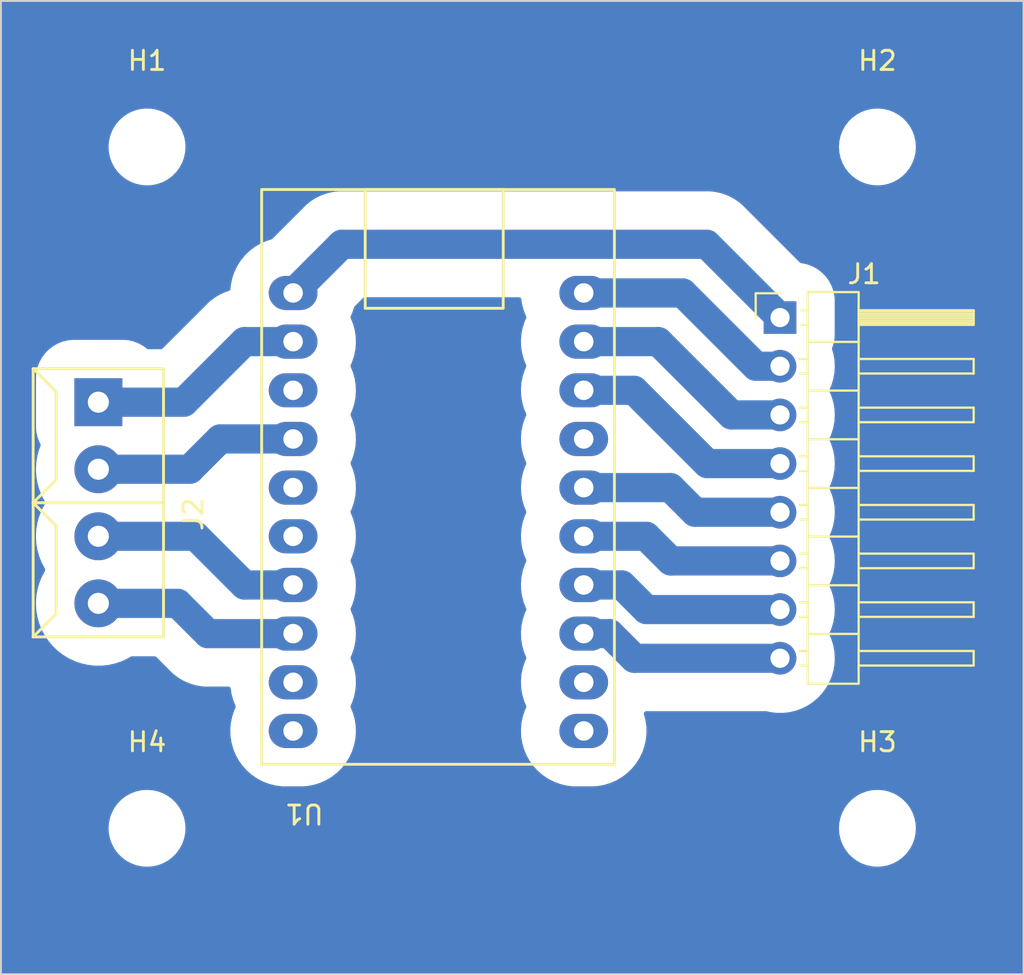
<source format=kicad_pcb>
(kicad_pcb (version 20221018) (generator pcbnew)
  (layers (0 "F.Cu" signal) (31 "B.Cu" signal) (34 "B.Paste" user) (35 "F.Paste" user) (36 "B.SilkS" user "B.Silkscreen") (37 "F.SilkS" user "F.Silkscreen") (38 "B.Mask" user) (39 "F.Mask" user) (44 "Edge.Cuts" user))
  (net 0 "")
  (net 1 "Net-(J1-Pin_1)")
  (net 2 "Net-(J1-Pin_2)")
  (net 3 "Net-(J1-Pin_3)")
  (net 4 "Net-(J1-Pin_4)")
  (net 5 "Net-(J1-Pin_5)")
  (net 6 "Net-(J1-Pin_6)")
  (net 7 "Net-(J1-Pin_7)")
  (net 8 "Net-(J1-Pin_8)")
  (net 9 "Net-(J2-Pin_1)")
  (net 10 "Net-(J2-Pin_2)")
  (net 11 "Net-(J2-Pin_3)")
  (net 12 "Net-(J2-Pin_4)")
  (footprint "ondrovo:STM8-MODULE" (layer "F.Cu") (at 65.96 65.98 180)
    (fp_text reference "U1" (at 14.58 -4.38 180 unlocked) (layer "F.SilkS"))
    (fp_text value "~")
    (fp_rect (start -1.6 -1.8) (end 16.8 28.2) (stroke (width 0.15)) (fill none) (layer "F.SilkS"))
    (fp_rect (start 4.2 28.2) (end 11.4 22) (stroke (width 0.15)) (fill none) (layer "F.SilkS"))
    (pad "1" thru_hole oval (at 0 22.8) (size 2.54 1.778) (drill 1.016) (layers "*.Cu" "*.Mask") (net 2 "Net-(J1-Pin_2)"))
    (pad "2" thru_hole oval (at 0 20.26) (size 2.54 1.778) (drill 1.016) (layers "*.Cu" "*.Mask") (net 3 "Net-(J1-Pin_3)"))
    (pad "3" thru_hole oval (at 0 17.72) (size 2.54 1.778) (drill 1.016) (layers "*.Cu" "*.Mask") (net 4 "Net-(J1-Pin_4)"))
    (pad "4" thru_hole oval (at 0 15.18) (size 2.54 1.778) (drill 1.016) (layers "*.Cu" "*.Mask"))
    (pad "5" thru_hole oval (at 0 12.64) (size 2.54 1.778) (drill 1.016) (layers "*.Cu" "*.Mask") (net 5 "Net-(J1-Pin_5)"))
    (pad "6" thru_hole oval (at 0 10.1) (size 2.54 1.778) (drill 1.016) (layers "*.Cu" "*.Mask") (net 6 "Net-(J1-Pin_6)"))
    (pad "7" thru_hole oval (at 0 7.56) (size 2.54 1.778) (drill 1.016) (layers "*.Cu" "*.Mask") (net 7 "Net-(J1-Pin_7)"))
    (pad "8" thru_hole oval (at 0 5.02) (size 2.54 1.778) (drill 1.016) (layers "*.Cu" "*.Mask") (net 8 "Net-(J1-Pin_8)"))
    (pad "9" thru_hole oval (at 0 2.48) (size 2.54 1.778) (drill 1.016) (layers "*.Cu" "*.Mask"))
    (pad "10" thru_hole oval (at 0 -0.06) (size 2.54 1.778) (drill 1.016) (layers "*.Cu" "*.Mask"))
    (pad "11" thru_hole oval (at 15.16 -0.06) (size 2.54 1.778) (drill 1.016) (layers "*.Cu" "*.Mask"))
    (pad "12" thru_hole oval (at 15.16 2.48) (size 2.54 1.778) (drill 1.016) (layers "*.Cu" "*.Mask"))
    (pad "13" thru_hole oval (at 15.16 5.02) (size 2.54 1.778) (drill 1.016) (layers "*.Cu" "*.Mask") (net 12 "Net-(J2-Pin_4)"))
    (pad "14" thru_hole oval (at 15.16 7.56) (size 2.54 1.778) (drill 1.016) (layers "*.Cu" "*.Mask") (net 11 "Net-(J2-Pin_3)"))
    (pad "15" thru_hole oval (at 15.16 10.1) (size 2.54 1.778) (drill 1.016) (layers "*.Cu" "*.Mask"))
    (pad "16" thru_hole oval (at 15.16 12.64) (size 2.54 1.778) (drill 1.016) (layers "*.Cu" "*.Mask"))
    (pad "17" thru_hole oval (at 15.16 15.18) (size 2.54 1.778) (drill 1.016) (layers "*.Cu" "*.Mask") (net 10 "Net-(J2-Pin_2)"))
    (pad "18" thru_hole oval (at 15.16 17.72) (size 2.54 1.778) (drill 1.016) (layers "*.Cu" "*.Mask"))
    (pad "19" thru_hole oval (at 15.16 20.26) (size 2.54 1.778) (drill 1.016) (layers "*.Cu" "*.Mask") (net 9 "Net-(J2-Pin_1)"))
    (pad "20" thru_hole oval (at 15.16 22.8) (size 2.54 1.778) (drill 1.016) (layers "*.Cu" "*.Mask") (net 1 "Net-(J1-Pin_1)"))
  )
  (footprint "Connector_PinHeader_2.54mm:PinHeader_1x08_P2.54mm_Horizontal" (layer "F.Cu") (at 76.2 44.465)
    (fp_text reference "J1" (at 4.385 -2.27) (layer "F.SilkS"))
    (fp_text value "Conn_01x08_Pin")
    (fp_line (start -1.27 -1.27) (end 0 -1.27) (stroke (width 0.12)) (layer "F.SilkS"))
    (fp_line (start -1.27 0) (end -1.27 -1.27) (stroke (width 0.12)) (layer "F.SilkS"))
    (fp_line (start 1.042929 2.16) (end 1.44 2.16) (stroke (width 0.12)) (layer "F.SilkS"))
    (fp_line (start 1.042929 2.92) (end 1.44 2.92) (stroke (width 0.12)) (layer "F.SilkS"))
    (fp_line (start 1.042929 4.7) (end 1.44 4.7) (stroke (width 0.12)) (layer "F.SilkS"))
    (fp_line (start 1.042929 5.46) (end 1.44 5.46) (stroke (width 0.12)) (layer "F.SilkS"))
    (fp_line (start 1.042929 7.24) (end 1.44 7.24) (stroke (width 0.12)) (layer "F.SilkS"))
    (fp_line (start 1.042929 8) (end 1.44 8) (stroke (width 0.12)) (layer "F.SilkS"))
    (fp_line (start 1.042929 9.78) (end 1.44 9.78) (stroke (width 0.12)) (layer "F.SilkS"))
    (fp_line (start 1.042929 10.54) (end 1.44 10.54) (stroke (width 0.12)) (layer "F.SilkS"))
    (fp_line (start 1.042929 12.32) (end 1.44 12.32) (stroke (width 0.12)) (layer "F.SilkS"))
    (fp_line (start 1.042929 13.08) (end 1.44 13.08) (stroke (width 0.12)) (layer "F.SilkS"))
    (fp_line (start 1.042929 14.86) (end 1.44 14.86) (stroke (width 0.12)) (layer "F.SilkS"))
    (fp_line (start 1.042929 15.62) (end 1.44 15.62) (stroke (width 0.12)) (layer "F.SilkS"))
    (fp_line (start 1.042929 17.4) (end 1.44 17.4) (stroke (width 0.12)) (layer "F.SilkS"))
    (fp_line (start 1.042929 18.16) (end 1.44 18.16) (stroke (width 0.12)) (layer "F.SilkS"))
    (fp_line (start 1.11 -0.38) (end 1.44 -0.38) (stroke (width 0.12)) (layer "F.SilkS"))
    (fp_line (start 1.11 0.38) (end 1.44 0.38) (stroke (width 0.12)) (layer "F.SilkS"))
    (fp_line (start 1.44 -1.33) (end 1.44 19.11) (stroke (width 0.12)) (layer "F.SilkS"))
    (fp_line (start 1.44 1.27) (end 4.1 1.27) (stroke (width 0.12)) (layer "F.SilkS"))
    (fp_line (start 1.44 3.81) (end 4.1 3.81) (stroke (width 0.12)) (layer "F.SilkS"))
    (fp_line (start 1.44 6.35) (end 4.1 6.35) (stroke (width 0.12)) (layer "F.SilkS"))
    (fp_line (start 1.44 8.89) (end 4.1 8.89) (stroke (width 0.12)) (layer "F.SilkS"))
    (fp_line (start 1.44 11.43) (end 4.1 11.43) (stroke (width 0.12)) (layer "F.SilkS"))
    (fp_line (start 1.44 13.97) (end 4.1 13.97) (stroke (width 0.12)) (layer "F.SilkS"))
    (fp_line (start 1.44 16.51) (end 4.1 16.51) (stroke (width 0.12)) (layer "F.SilkS"))
    (fp_line (start 1.44 19.11) (end 4.1 19.11) (stroke (width 0.12)) (layer "F.SilkS"))
    (fp_line (start 4.1 -1.33) (end 1.44 -1.33) (stroke (width 0.12)) (layer "F.SilkS"))
    (fp_line (start 4.1 -0.38) (end 10.1 -0.38) (stroke (width 0.12)) (layer "F.SilkS"))
    (fp_line (start 4.1 -0.32) (end 10.1 -0.32) (stroke (width 0.12)) (layer "F.SilkS"))
    (fp_line (start 4.1 -0.2) (end 10.1 -0.2) (stroke (width 0.12)) (layer "F.SilkS"))
    (fp_line (start 4.1 -0.08) (end 10.1 -0.08) (stroke (width 0.12)) (layer "F.SilkS"))
    (fp_line (start 4.1 0.04) (end 10.1 0.04) (stroke (width 0.12)) (layer "F.SilkS"))
    (fp_line (start 4.1 0.16) (end 10.1 0.16) (stroke (width 0.12)) (layer "F.SilkS"))
    (fp_line (start 4.1 0.28) (end 10.1 0.28) (stroke (width 0.12)) (layer "F.SilkS"))
    (fp_line (start 4.1 2.16) (end 10.1 2.16) (stroke (width 0.12)) (layer "F.SilkS"))
    (fp_line (start 4.1 4.7) (end 10.1 4.7) (stroke (width 0.12)) (layer "F.SilkS"))
    (fp_line (start 4.1 7.24) (end 10.1 7.24) (stroke (width 0.12)) (layer "F.SilkS"))
    (fp_line (start 4.1 9.78) (end 10.1 9.78) (stroke (width 0.12)) (layer "F.SilkS"))
    (fp_line (start 4.1 12.32) (end 10.1 12.32) (stroke (width 0.12)) (layer "F.SilkS"))
    (fp_line (start 4.1 14.86) (end 10.1 14.86) (stroke (width 0.12)) (layer "F.SilkS"))
    (fp_line (start 4.1 17.4) (end 10.1 17.4) (stroke (width 0.12)) (layer "F.SilkS"))
    (fp_line (start 4.1 19.11) (end 4.1 -1.33) (stroke (width 0.12)) (layer "F.SilkS"))
    (fp_line (start 10.1 -0.38) (end 10.1 0.38) (stroke (width 0.12)) (layer "F.SilkS"))
    (fp_line (start 10.1 0.38) (end 4.1 0.38) (stroke (width 0.12)) (layer "F.SilkS"))
    (fp_line (start 10.1 2.16) (end 10.1 2.92) (stroke (width 0.12)) (layer "F.SilkS"))
    (fp_line (start 10.1 2.92) (end 4.1 2.92) (stroke (width 0.12)) (layer "F.SilkS"))
    (fp_line (start 10.1 4.7) (end 10.1 5.46) (stroke (width 0.12)) (layer "F.SilkS"))
    (fp_line (start 10.1 5.46) (end 4.1 5.46) (stroke (width 0.12)) (layer "F.SilkS"))
    (fp_line (start 10.1 7.24) (end 10.1 8) (stroke (width 0.12)) (layer "F.SilkS"))
    (fp_line (start 10.1 8) (end 4.1 8) (stroke (width 0.12)) (layer "F.SilkS"))
    (fp_line (start 10.1 9.78) (end 10.1 10.54) (stroke (width 0.12)) (layer "F.SilkS"))
    (fp_line (start 10.1 10.54) (end 4.1 10.54) (stroke (width 0.12)) (layer "F.SilkS"))
    (fp_line (start 10.1 12.32) (end 10.1 13.08) (stroke (width 0.12)) (layer "F.SilkS"))
    (fp_line (start 10.1 13.08) (end 4.1 13.08) (stroke (width 0.12)) (layer "F.SilkS"))
    (fp_line (start 10.1 14.86) (end 10.1 15.62) (stroke (width 0.12)) (layer "F.SilkS"))
    (fp_line (start 10.1 15.62) (end 4.1 15.62) (stroke (width 0.12)) (layer "F.SilkS"))
    (fp_line (start 10.1 17.4) (end 10.1 18.16) (stroke (width 0.12)) (layer "F.SilkS"))
    (fp_line (start 10.1 18.16) (end 4.1 18.16) (stroke (width 0.12)) (layer "F.SilkS"))
    (pad "1" thru_hole rect (at 0 0) (size 1.7 1.7) (drill 1) (layers "*.Cu" "*.Mask") (net 1 "Net-(J1-Pin_1)"))
    (pad "2" thru_hole oval (at 0 2.54) (size 1.7 1.7) (drill 1) (layers "*.Cu" "*.Mask") (net 2 "Net-(J1-Pin_2)"))
    (pad "3" thru_hole oval (at 0 5.08) (size 1.7 1.7) (drill 1) (layers "*.Cu" "*.Mask") (net 3 "Net-(J1-Pin_3)"))
    (pad "4" thru_hole oval (at 0 7.62) (size 1.7 1.7) (drill 1) (layers "*.Cu" "*.Mask") (net 4 "Net-(J1-Pin_4)"))
    (pad "5" thru_hole oval (at 0 10.16) (size 1.7 1.7) (drill 1) (layers "*.Cu" "*.Mask") (net 5 "Net-(J1-Pin_5)"))
    (pad "6" thru_hole oval (at 0 12.7) (size 1.7 1.7) (drill 1) (layers "*.Cu" "*.Mask") (net 6 "Net-(J1-Pin_6)"))
    (pad "7" thru_hole oval (at 0 15.24) (size 1.7 1.7) (drill 1) (layers "*.Cu" "*.Mask") (net 7 "Net-(J1-Pin_7)"))
    (pad "8" thru_hole oval (at 0 17.78) (size 1.7 1.7) (drill 1) (layers "*.Cu" "*.Mask") (net 8 "Net-(J1-Pin_8)"))
  )
  (footprint "MountingHole:MountingHole_3.5mm" (layer "F.Cu") (at 43.18 71.12)
    (fp_text reference "H4" (at 0 -4.5) (layer "F.SilkS"))
    (fp_text value "MountingHole")
    (pad "" np_thru_hole circle (at 0 0) (size 3.5 3.5) (drill 3.5) (layers "*.Cu" "*.Mask"))
  )
  (footprint "MountingHole:MountingHole_3.5mm" (layer "F.Cu") (at 43.18 35.56)
    (fp_text reference "H1" (at 0 -4.5) (layer "F.SilkS"))
    (fp_text value "MountingHole")
    (pad "" np_thru_hole circle (at 0 0) (size 3.5 3.5) (drill 3.5) (layers "*.Cu" "*.Mask"))
  )
  (footprint "MountingHole:MountingHole_3.5mm" (layer "F.Cu") (at 81.28 71.12)
    (fp_text reference "H3" (at 0 -4.5) (layer "F.SilkS"))
    (fp_text value "MountingHole")
    (pad "" np_thru_hole circle (at 0 0) (size 3.5 3.5) (drill 3.5) (layers "*.Cu" "*.Mask"))
  )
  (footprint "ondrovo:TerminalBlock_DG350-3.5_4" (layer "F.Cu") (at 40.64 48.88 -90)
    (fp_text reference "J2" (at 5.85 -4.95 90) (layer "F.SilkS"))
    (fp_text value "Screw_Terminal_01x04" hide)
    (fp_line (start -1.75 -3.4) (end -1.75 3.4) (stroke (width 0.15)) (layer "F.SilkS"))
    (fp_line (start -1.75 3.4) (end -0.55 2.2) (stroke (width 0.15)) (layer "F.SilkS"))
    (fp_line (start -1.75 3.4) (end 5.25 3.4) (stroke (width 0.15)) (layer "F.SilkS"))
    (fp_line (start -0.55 2.2) (end 4.05 2.2) (stroke (width 0.15)) (layer "F.SilkS"))
    (fp_line (start 4.05 2.2) (end 5.25 3.4) (stroke (width 0.15)) (layer "F.SilkS"))
    (fp_line (start 5.25 -3.4) (end -1.75 -3.4) (stroke (width 0.15)) (layer "F.SilkS"))
    (fp_line (start 5.25 -3.4) (end 5.25 3.4) (stroke (width 0.15)) (layer "F.SilkS"))
    (fp_line (start 5.25 3.4) (end 5.25 -3.4) (stroke (width 0.15)) (layer "F.SilkS"))
    (fp_line (start 5.25 3.4) (end 6.45 2.2) (stroke (width 0.15)) (layer "F.SilkS"))
    (fp_line (start 5.25 3.4) (end 12.25 3.4) (stroke (width 0.15)) (layer "F.SilkS"))
    (fp_line (start 6.45 2.2) (end 11.05 2.2) (stroke (width 0.15)) (layer "F.SilkS"))
    (fp_line (start 11.05 2.2) (end 12.25 3.4) (stroke (width 0.15)) (layer "F.SilkS"))
    (fp_line (start 12.25 -3.4) (end 5.25 -3.4) (stroke (width 0.15)) (layer "F.SilkS"))
    (fp_line (start 12.25 3.4) (end 12.25 -3.4) (stroke (width 0.15)) (layer "F.SilkS"))
    (pad "1" thru_hole rect (at 0 0 270) (size 2.5 2.5) (drill 1.1) (layers "*.Cu" "*.Mask") (net 9 "Net-(J2-Pin_1)"))
    (pad "2" thru_hole circle (at 3.5 0 270) (size 2.5 2.5) (drill 1.1) (layers "*.Cu" "*.Mask") (net 10 "Net-(J2-Pin_2)"))
    (pad "3" thru_hole circle (at 7 0 270) (size 2.5 2.5) (drill 1.1) (layers "*.Cu" "*.Mask") (net 11 "Net-(J2-Pin_3)"))
    (pad "4" thru_hole circle (at 10.5 0 270) (size 2.5 2.5) (drill 1.1) (layers "*.Cu" "*.Mask") (net 12 "Net-(J2-Pin_4)"))
  )
  (footprint "MountingHole:MountingHole_3.5mm" (layer "F.Cu") (at 81.28 35.56)
    (fp_text reference "H2" (at 0 -4.5) (layer "F.SilkS"))
    (fp_text value "MountingHole")
    (pad "" np_thru_hole circle (at 0 0) (size 3.5 3.5) (drill 3.5) (layers "*.Cu" "*.Mask"))
  )
  (gr_rect (start 35.56 27.94) (end 88.9 78.74) (stroke (width 0.1)) (fill none) (layer "Edge.Cuts"))
  (segment (start 72.375 40.64) (end 76.2 44.465) (width 1.524) (layer "B.Cu") (net 1))
  (segment (start 50.8 43.18) (end 53.34 40.64) (width 1.524) (layer "B.Cu") (net 1))
  (segment (start 53.34 40.64) (end 72.375 40.64) (width 1.524) (layer "B.Cu") (net 1))
  (segment (start 74.945 47.005) (end 76.2 47.005) (width 1.524) (layer "B.Cu") (net 2))
  (segment (start 71.12 43.18) (end 74.945 47.005) (width 1.524) (layer "B.Cu") (net 2))
  (segment (start 65.96 43.18) (end 71.12 43.18) (width 1.524) (layer "B.Cu") (net 2))
  (segment (start 73.675 49.545) (end 76.2 49.545) (width 1.524) (layer "B.Cu") (net 3))
  (segment (start 65.96 45.72) (end 69.85 45.72) (width 1.524) (layer "B.Cu") (net 3))
  (segment (start 69.85 45.72) (end 73.675 49.545) (width 1.524) (layer "B.Cu") (net 3))
  (segment (start 68.58 48.26) (end 72.405 52.085) (width 1.524) (layer "B.Cu") (net 4))
  (segment (start 72.405 52.085) (end 76.2 52.085) (width 1.524) (layer "B.Cu") (net 4))
  (segment (start 65.96 48.26) (end 68.58 48.26) (width 1.524) (layer "B.Cu") (net 4))
  (segment (start 70.485 53.34) (end 71.77 54.625) (width 1.524) (layer "B.Cu") (net 5))
  (segment (start 71.77 54.625) (end 76.2 54.625) (width 1.524) (layer "B.Cu") (net 5))
  (segment (start 65.96 53.34) (end 70.485 53.34) (width 1.524) (layer "B.Cu") (net 5))
  (segment (start 69.215 55.88) (end 70.5 57.165) (width 1.524) (layer "B.Cu") (net 6))
  (segment (start 70.5 57.165) (end 76.2 57.165) (width 1.524) (layer "B.Cu") (net 6))
  (segment (start 65.96 55.88) (end 69.215 55.88) (width 1.524) (layer "B.Cu") (net 6))
  (segment (start 65.96 58.42) (end 67.945 58.42) (width 1.524) (layer "B.Cu") (net 7))
  (segment (start 69.23 59.705) (end 76.2 59.705) (width 1.524) (layer "B.Cu") (net 7))
  (segment (start 67.945 58.42) (end 69.23 59.705) (width 1.524) (layer "B.Cu") (net 7))
  (segment (start 67.31 60.96) (end 68.595 62.245) (width 1.524) (layer "B.Cu") (net 8))
  (segment (start 65.96 60.96) (end 67.31 60.96) (width 1.524) (layer "B.Cu") (net 8))
  (segment (start 68.595 62.245) (end 76.2 62.245) (width 1.524) (layer "B.Cu") (net 8))
  (segment (start 48.26 45.72) (end 45.1 48.88) (width 1.524) (layer "B.Cu") (net 9))
  (segment (start 45.1 48.88) (end 40.64 48.88) (width 1.524) (layer "B.Cu") (net 9))
  (segment (start 50.8 45.72) (end 48.26 45.72) (width 1.524) (layer "B.Cu") (net 9))
  (segment (start 40.64 52.38) (end 45.41 52.38) (width 1.524) (layer "B.Cu") (net 10))
  (segment (start 46.99 50.8) (end 50.8 50.8) (width 1.524) (layer "B.Cu") (net 10))
  (segment (start 45.41 52.38) (end 46.99 50.8) (width 1.524) (layer "B.Cu") (net 10))
  (segment (start 40.64 55.88) (end 45.72 55.88) (width 1.524) (layer "B.Cu") (net 11))
  (segment (start 45.72 55.88) (end 48.26 58.42) (width 1.524) (layer "B.Cu") (net 11))
  (segment (start 48.26 58.42) (end 50.8 58.42) (width 1.524) (layer "B.Cu") (net 11))
  (segment (start 44.775 59.38) (end 46.355 60.96) (width 1.524) (layer "B.Cu") (net 12))
  (segment (start 46.355 60.96) (end 50.8 60.96) (width 1.524) (layer "B.Cu") (net 12))
  (segment (start 40.64 59.38) (end 44.775 59.38) (width 1.524) (layer "B.Cu") (net 12))
  (zone (net 0) (net_name "") (layer "B.Cu") (connect_pads (clearance 2)) (min_thickness 0.25) (fill yes (thermal_gap 0.5) (thermal_bridge_width 0.5) (island_removal_mode 1) (island_area_min 10))
    (polygon (pts (xy 35.56 27.94) (xy 88.9 27.94) (xy 88.9 78.74) (xy 35.56 78.74)))
  )
)
</source>
